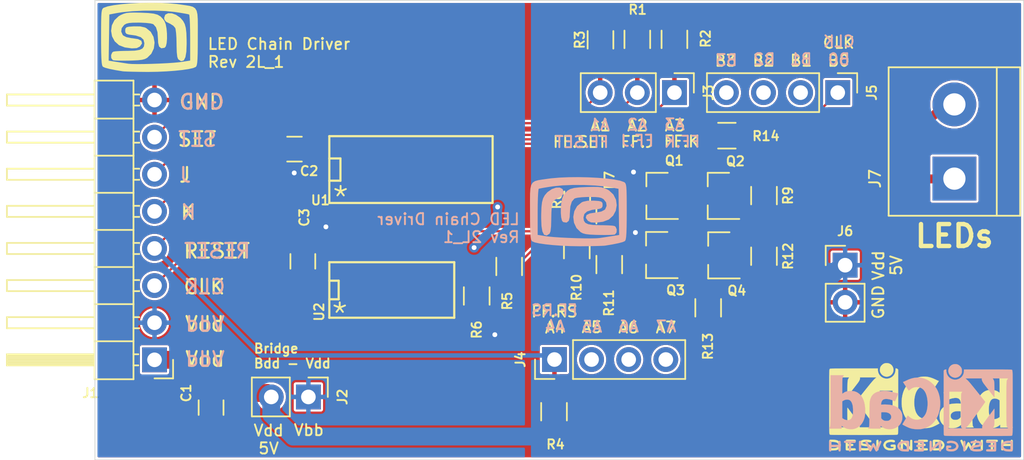
<source format=kicad_pcb>
(kicad_pcb (version 20171130) (host pcbnew "(5.1.7)-1")
  (layers (0 F.Cu signal) (31 B.Cu signal) (34 B.Paste user) (35 F.Paste user) (36 B.SilkS user) (37 F.SilkS user) (38 B.Mask user) (39 F.Mask user) (44 Edge.Cuts user))
  (net 0 "")
  (net 1 GND)
  (net 2 /Q)
  (net 3 /L2)
  (net 4 /~Q)
  (net 5 "Net-(Q2-Pad2)")
  (net 6 /L1)
  (net 7 "Net-(Q4-Pad2)")
  (net 8 "Net-(Q1-Pad1)")
  (net 9 "Net-(Q2-Pad1)")
  (net 10 "Net-(Q3-Pad1)")
  (net 11 "Net-(Q4-Pad1)")
  (net 12 /Vbb)
  (net 13 "Net-(R5-Pad1)")
  (net 14 "Net-(R6-Pad1)")
  (net 15 /5V)
  (net 16 /B0)
  (net 17 /A4)
  (net 18 /A2)
  (net 19 /A1)
  (net 20 /A3)
  (net 21 /LED1)
  (net 22 /LED2)
  (module Symbols:KiCad-Logo2_6mm_SilkScreen (layer B.Cu) (at 173.08 107.79 180)
    (fp_text reference REF*** hide)
    (fp_text value KiCad-Logo2_6mm_SilkScreen hide)
  )
  (module Symbols:KiCad-Logo2_6mm_SilkScreen (layer F.Cu) (at 173.08 107.72)
    (fp_text reference REF*** hide)
    (fp_text value KiCad-Logo2_6mm_SilkScreen hide)
  )
  (module LED_Chain:MyBasic_rounded_50_1 (layer B.Cu) (at 149.68 94.34 180)
    (fp_text reference G*** hide)
    (fp_text value LOGO hide)
  )
  (module LED_Chain:TerminalBlock_bornier-2_P5.08mm (layer F.Cu) (at 175.37 92.12 90)
    (fp_text reference J7 (at 0 -5.43 90) (layer F.SilkS) (effects (font (size 0.762 0.762) (thickness 0.127))))
    (fp_text value LED)
    (pad 1 thru_hole rect (at 0 0 90) (size 3 3) (drill 1.52) (layers *.Cu *.Mask) (net 21 /LED1))
    (pad 2 thru_hole circle (at 5.08 0 90) (size 3 3) (drill 1.52) (layers *.Cu *.Mask) (net 22 /LED2))
  )
  (module LED_Chain:MyBasic_rounded_50_1 (layer F.Cu) (at 120.24 82.41)
    (fp_text reference G*** hide)
    (fp_text value LOGO hide)
  )
  (module Pin_Headers:Pin_Header_Straight_1x02_Pitch2.54mm (layer F.Cu) (at 167.894 98.044)
    (fp_text reference J6 (at 0 -2.33) (layer F.SilkS) (effects (font (size 0.635 0.635) (thickness 0.127))))
    (fp_text value "NeoPixel R1 D")
    (pad 1 thru_hole rect (at 0 0) (size 1.7 1.7) (drill 1) (layers *.Cu *.Mask) (net 15 /5V))
    (pad 2 thru_hole oval (at 0 2.54) (size 1.7 1.7) (drill 1) (layers *.Cu *.Mask) (net 1 GND))
  )
  (module Pin_Headers:Pin_Header_Straight_1x04_Pitch2.54mm (layer F.Cu) (at 167.386 86.233 270)
    (fp_text reference J5 (at 0 -2.33 90) (layer F.SilkS) (effects (font (size 0.635 0.635) (thickness 0.127))))
    (fp_text value "NeoPixel R1 C")
    (pad 1 thru_hole rect (at 0 0 270) (size 1.7 1.7) (drill 1) (layers *.Cu *.Mask) (net 16 /B0))
    (pad 2 thru_hole oval (at 0 2.54 270) (size 1.7 1.7) (drill 1) (layers *.Cu *.Mask))
    (pad 3 thru_hole oval (at 0 5.08 270) (size 1.7 1.7) (drill 1) (layers *.Cu *.Mask))
    (pad 4 thru_hole oval (at 0 7.62 270) (size 1.7 1.7) (drill 1) (layers *.Cu *.Mask))
  )
  (module Pin_Headers:Pin_Header_Straight_1x04_Pitch2.54mm (layer F.Cu) (at 148 104.5 90)
    (fp_text reference J4 (at 0 -2.33 90) (layer F.SilkS) (effects (font (size 0.635 0.635) (thickness 0.127))))
    (fp_text value "NeoPixel R1 B")
    (pad 1 thru_hole rect (at 0 0 90) (size 1.7 1.7) (drill 1) (layers *.Cu *.Mask) (net 17 /A4))
    (pad 2 thru_hole oval (at 0 2.54 90) (size 1.7 1.7) (drill 1) (layers *.Cu *.Mask))
    (pad 3 thru_hole oval (at 0 5.08 90) (size 1.7 1.7) (drill 1) (layers *.Cu *.Mask))
    (pad 4 thru_hole oval (at 0 7.62 90) (size 1.7 1.7) (drill 1) (layers *.Cu *.Mask))
  )
  (module Pin_Headers:Pin_Header_Straight_1x03_Pitch2.54mm (layer F.Cu) (at 156.21 86.233 270)
    (fp_text reference J3 (at 0 -2.33 90) (layer F.SilkS) (effects (font (size 0.635 0.635) (thickness 0.127))))
    (fp_text value "NeoPixel R1 A")
    (pad 1 thru_hole rect (at 0 0 270) (size 1.7 1.7) (drill 1) (layers *.Cu *.Mask) (net 20 /A3))
    (pad 2 thru_hole oval (at 0 2.54 270) (size 1.7 1.7) (drill 1) (layers *.Cu *.Mask) (net 18 /A2))
    (pad 3 thru_hole oval (at 0 5.08 270) (size 1.7 1.7) (drill 1) (layers *.Cu *.Mask) (net 19 /A1))
  )
  (module Pin_Headers:Pin_Header_Straight_1x02_Pitch2.54mm (layer F.Cu) (at 131.16 107.06 270)
    (fp_text reference J2 (at 0 -2.33 90) (layer F.SilkS) (effects (font (size 0.635 0.635) (thickness 0.127))))
    (fp_text value PWR)
    (pad 1 thru_hole rect (at 0 0 270) (size 1.7 1.7) (drill 1) (layers *.Cu *.Mask) (net 12 /Vbb))
    (pad 2 thru_hole oval (at 0 2.54 270) (size 1.7 1.7) (drill 1) (layers *.Cu *.Mask) (net 15 /5V))
  )
  (module LED_Chain:SOIC-14 (layer F.Cu) (at 136.866999 99.739999)
    (fp_text reference U2 (at -4.966999 1.500001 270) (layer F.SilkS) (effects (font (size 0.635 0.635) (thickness 0.127))))
    (fp_text value 74LS04)
    (pad 14 smd rect (at -3.81 -2.76) (size 0.58 1.52) (layers F.Cu F.Paste F.Mask) (net 12 /Vbb))
    (pad 13 smd rect (at -2.54 -2.76) (size 0.58 1.52) (layers F.Cu F.Paste F.Mask) (net 14 "Net-(R6-Pad1)"))
    (pad 12 smd rect (at -1.27 -2.76) (size 0.58 1.52) (layers F.Cu F.Paste F.Mask) (net 2 /Q))
    (pad 11 smd rect (at 0 -2.76) (size 0.58 1.52) (layers F.Cu F.Paste F.Mask) (net 13 "Net-(R5-Pad1)"))
    (pad 10 smd rect (at 1.27 -2.76) (size 0.58 1.52) (layers F.Cu F.Paste F.Mask) (net 4 /~Q))
    (pad 9 smd rect (at 2.54 -2.76) (size 0.58 1.52) (layers F.Cu F.Paste F.Mask))
    (pad 8 smd rect (at 3.81 -2.76) (size 0.58 1.52) (layers F.Cu F.Paste F.Mask))
    (pad 7 smd rect (at 3.81 2.76) (size 0.58 1.52) (layers F.Cu F.Paste F.Mask) (net 1 GND))
    (pad 6 smd rect (at 2.54 2.76) (size 0.58 1.52) (layers F.Cu F.Paste F.Mask))
    (pad 5 smd rect (at 1.27 2.76) (size 0.58 1.52) (layers F.Cu F.Paste F.Mask))
    (pad 4 smd rect (at 0 2.76) (size 0.58 1.52) (layers F.Cu F.Paste F.Mask))
    (pad 3 smd rect (at -1.27 2.76) (size 0.58 1.52) (layers F.Cu F.Paste F.Mask))
    (pad 2 smd rect (at -2.54 2.76) (size 0.58 1.52) (layers F.Cu F.Paste F.Mask))
    (pad 1 smd rect (at -3.81 2.76) (size 0.58 1.52) (layers F.Cu F.Paste F.Mask))
  )
  (module Resistors_SMD:R_0805 (layer F.Cu) (at 147.97 108.07 270)
    (fp_text reference R4 (at 2.24 -0.1 180) (layer F.SilkS) (effects (font (size 0.635 0.635) (thickness 0.127))))
    (fp_text value "10 kΩ")
    (pad 1 smd rect (at -0.95 0 270) (size 0.7 1.3) (layers F.Cu F.Paste F.Mask) (net 17 /A4))
    (pad 2 smd rect (at 0.95 0 270) (size 0.7 1.3) (layers F.Cu F.Paste F.Mask) (net 1 GND))
  )
  (module Resistors_SMD:R_0805 (layer F.Cu) (at 151.15 82.62 90)
    (fp_text reference R3 (at 0 -1.42 90) (layer F.SilkS) (effects (font (size 0.635 0.635) (thickness 0.127))))
    (fp_text value "10 kΩ")
    (pad 1 smd rect (at -0.95 0 90) (size 0.7 1.3) (layers F.Cu F.Paste F.Mask) (net 19 /A1))
    (pad 2 smd rect (at 0.95 0 90) (size 0.7 1.3) (layers F.Cu F.Paste F.Mask) (net 1 GND))
  )
  (module Resistors_SMD:R_0805 (layer F.Cu) (at 156.21 82.59 90)
    (fp_text reference R2 (at 0.05 2.14 90) (layer F.SilkS) (effects (font (size 0.635 0.635) (thickness 0.127))))
    (fp_text value "10 kΩ")
    (pad 1 smd rect (at -0.95 0 90) (size 0.7 1.3) (layers F.Cu F.Paste F.Mask) (net 20 /A3))
    (pad 2 smd rect (at 0.95 0 90) (size 0.7 1.3) (layers F.Cu F.Paste F.Mask) (net 1 GND))
  )
  (module Resistors_SMD:R_0805 (layer F.Cu) (at 153.67 82.59 90)
    (fp_text reference R1 (at 2.03 0.02 180) (layer F.SilkS) (effects (font (size 0.635 0.635) (thickness 0.127))))
    (fp_text value "10 kΩ")
    (pad 1 smd rect (at -0.95 0 90) (size 0.7 1.3) (layers F.Cu F.Paste F.Mask) (net 18 /A2))
    (pad 2 smd rect (at 0.95 0 90) (size 0.7 1.3) (layers F.Cu F.Paste F.Mask) (net 1 GND))
  )
  (module Pin_Headers:Pin_Header_Angled_1x08_Pitch2.54mm (layer F.Cu) (at 120.63 104.52 180)
    (fp_text reference J1 (at 4.385 -2.27) (layer F.SilkS) (effects (font (size 0.635 0.635) (thickness 0.127))))
    (fp_text value Interface)
    (pad 1 thru_hole rect (at 0 0 180) (size 1.7 1.7) (drill 1) (layers *.Cu *.Mask) (net 15 /5V))
    (pad 2 thru_hole oval (at 0 2.54 180) (size 1.7 1.7) (drill 1) (layers *.Cu *.Mask) (net 12 /Vbb))
    (pad 3 thru_hole oval (at 0 5.08 180) (size 1.7 1.7) (drill 1) (layers *.Cu *.Mask) (net 16 /B0))
    (pad 4 thru_hole oval (at 0 7.62 180) (size 1.7 1.7) (drill 1) (layers *.Cu *.Mask) (net 17 /A4))
    (pad 5 thru_hole oval (at 0 10.16 180) (size 1.7 1.7) (drill 1) (layers *.Cu *.Mask) (net 20 /A3))
    (pad 6 thru_hole oval (at 0 12.7 180) (size 1.7 1.7) (drill 1) (layers *.Cu *.Mask) (net 18 /A2))
    (pad 7 thru_hole oval (at 0 15.24 180) (size 1.7 1.7) (drill 1) (layers *.Cu *.Mask) (net 19 /A1))
    (pad 8 thru_hole oval (at 0 17.78 180) (size 1.7 1.7) (drill 1) (layers *.Cu *.Mask) (net 1 GND))
  )
  (module Capacitors_SMD:C_0805 (layer F.Cu) (at 124.5 107.79 270)
    (fp_text reference C1 (at -1 1.7 90) (layer F.SilkS) (effects (font (size 0.635 0.635) (thickness 0.127))))
    (fp_text value "1 μF")
    (pad 1 smd rect (at -1 0 270) (size 1 1.25) (layers F.Cu F.Paste F.Mask) (net 15 /5V))
    (pad 2 smd rect (at 1 0 270) (size 1 1.25) (layers F.Cu F.Paste F.Mask) (net 1 GND))
  )
  (module Capacitors_SMD:C_0805 (layer F.Cu) (at 130.78 97.78 270)
    (fp_text reference C3 (at -3 -0.1 90) (layer F.SilkS) (effects (font (size 0.635 0.635) (thickness 0.127))))
    (fp_text value "100 nF")
    (pad 1 smd rect (at -1 0 270) (size 1 1.25) (layers F.Cu F.Paste F.Mask) (net 12 /Vbb))
    (pad 2 smd rect (at 1 0 270) (size 1 1.25) (layers F.Cu F.Paste F.Mask) (net 1 GND))
  )
  (module Capacitors_SMD:C_0805 (layer F.Cu) (at 130.21 90.1 180)
    (fp_text reference C2 (at -1 -1.5) (layer F.SilkS) (effects (font (size 0.635 0.635) (thickness 0.127))))
    (fp_text value "100 nF")
    (pad 1 smd rect (at -1 0 180) (size 1 1.25) (layers F.Cu F.Paste F.Mask) (net 12 /Vbb))
    (pad 2 smd rect (at 1 0 180) (size 1 1.25) (layers F.Cu F.Paste F.Mask) (net 1 GND))
  )
  (module Resistors_SMD:R_0805 (layer F.Cu) (at 151.75 98 90)
    (fp_text reference R11 (at -2.629997 -0.020001 90) (layer F.SilkS) (effects (font (size 0.635 0.635) (thickness 0.127))))
    (fp_text value "1 kΩ")
    (pad 1 smd rect (at -0.95 0 90) (size 0.7 1.3) (layers F.Cu F.Paste F.Mask) (net 11 "Net-(Q4-Pad1)"))
    (pad 2 smd rect (at 0.95 0 90) (size 0.7 1.3) (layers F.Cu F.Paste F.Mask) (net 2 /Q))
  )
  (module Resistors_SMD:R_0805 (layer F.Cu) (at 149.53 96.98 90)
    (fp_text reference R10 (at -2.59 -0.02 90) (layer F.SilkS) (effects (font (size 0.635 0.635) (thickness 0.127))))
    (fp_text value "1 kΩ")
    (pad 1 smd rect (at -0.95 0 90) (size 0.7 1.3) (layers F.Cu F.Paste F.Mask) (net 10 "Net-(Q3-Pad1)"))
    (pad 2 smd rect (at 0.95 0 90) (size 0.7 1.3) (layers F.Cu F.Paste F.Mask) (net 4 /~Q))
  )
  (module Resistors_SMD:R_0805 (layer F.Cu) (at 149.56 93.6 270)
    (fp_text reference R8 (at -0.01 1.41 90) (layer F.SilkS) (effects (font (size 0.635 0.635) (thickness 0.127))))
    (fp_text value "1 kΩ")
    (pad 1 smd rect (at -0.95 0 270) (size 0.7 1.3) (layers F.Cu F.Paste F.Mask) (net 9 "Net-(Q2-Pad1)"))
    (pad 2 smd rect (at 0.95 0 270) (size 0.7 1.3) (layers F.Cu F.Paste F.Mask) (net 4 /~Q))
  )
  (module Resistors_SMD:R_0805 (layer F.Cu) (at 151.75 94.59 270)
    (fp_text reference R7 (at -2.36 -0.02 90) (layer F.SilkS) (effects (font (size 0.635 0.635) (thickness 0.127))))
    (fp_text value "1 kΩ")
    (pad 1 smd rect (at -0.95 0 270) (size 0.7 1.3) (layers F.Cu F.Paste F.Mask) (net 8 "Net-(Q1-Pad1)"))
    (pad 2 smd rect (at 0.95 0 270) (size 0.7 1.3) (layers F.Cu F.Paste F.Mask) (net 2 /Q))
  )
  (module SMD_Packages:SO-16-N (layer F.Cu) (at 138.179999 91.499998)
    (fp_text reference U1 (at -6.2 2.1) (layer F.SilkS) (effects (font (size 0.635 0.635) (thickness 0.127))))
    (fp_text value HCF4027B)
    (pad 16 smd rect (at -4.445 -3.175) (size 0.508 1.143) (layers F.Cu F.Paste F.Mask) (net 12 /Vbb))
    (pad 14 smd rect (at -1.905 -3.175) (size 0.508 1.143) (layers F.Cu F.Paste F.Mask) (net 13 "Net-(R5-Pad1)"))
    (pad 13 smd rect (at -0.635 -3.175) (size 0.508 1.143) (layers F.Cu F.Paste F.Mask) (net 16 /B0))
    (pad 12 smd rect (at 0.635 -3.175) (size 0.508 1.143) (layers F.Cu F.Paste F.Mask) (net 17 /A4))
    (pad 11 smd rect (at 1.905 -3.175) (size 0.508 1.143) (layers F.Cu F.Paste F.Mask) (net 20 /A3))
    (pad 10 smd rect (at 3.175 -3.175) (size 0.508 1.143) (layers F.Cu F.Paste F.Mask) (net 18 /A2))
    (pad 9 smd rect (at 4.445 -3.175) (size 0.508 1.143) (layers F.Cu F.Paste F.Mask) (net 19 /A1))
    (pad 8 smd rect (at 4.445 3.175) (size 0.508 1.143) (layers F.Cu F.Paste F.Mask) (net 1 GND))
    (pad 7 smd rect (at 3.175 3.175) (size 0.508 1.143) (layers F.Cu F.Paste F.Mask))
    (pad 6 smd rect (at 1.905 3.175) (size 0.508 1.143) (layers F.Cu F.Paste F.Mask))
    (pad 5 smd rect (at 0.635 3.175) (size 0.508 1.143) (layers F.Cu F.Paste F.Mask))
    (pad 4 smd rect (at -0.635 3.175) (size 0.508 1.143) (layers F.Cu F.Paste F.Mask))
    (pad 3 smd rect (at -1.905 3.175) (size 0.508 1.143) (layers F.Cu F.Paste F.Mask))
    (pad 2 smd rect (at -3.175 3.175) (size 0.508 1.143) (layers F.Cu F.Paste F.Mask))
    (pad 1 smd rect (at -4.445 3.175) (size 0.508 1.143) (layers F.Cu F.Paste F.Mask))
    (pad 15 smd rect (at -3.175 -3.175) (size 0.508 1.143) (layers F.Cu F.Paste F.Mask) (net 14 "Net-(R6-Pad1)"))
  )
  (module Resistors_SMD:R_0805 (layer F.Cu) (at 159.8 89.18 180)
    (fp_text reference R14 (at -2.67 -0.03) (layer F.SilkS) (effects (font (size 0.635 0.635) (thickness 0.127))))
    (fp_text value "0 Ω")
    (pad 1 smd rect (at -0.95 0 180) (size 0.7 1.3) (layers F.Cu F.Paste F.Mask) (net 22 /LED2))
    (pad 2 smd rect (at 0.95 0 180) (size 0.7 1.3) (layers F.Cu F.Paste F.Mask) (net 3 /L2))
  )
  (module Resistors_SMD:R_0805 (layer F.Cu) (at 158.52 100.96 90)
    (fp_text reference R13 (at -2.641895 -0.016865 90) (layer F.SilkS) (effects (font (size 0.635 0.635) (thickness 0.127))))
    (fp_text value "0 Ω")
    (pad 1 smd rect (at -0.95 0 90) (size 0.7 1.3) (layers F.Cu F.Paste F.Mask) (net 21 /LED1))
    (pad 2 smd rect (at 0.95 0 90) (size 0.7 1.3) (layers F.Cu F.Paste F.Mask) (net 6 /L1))
  )
  (module Resistors_SMD:R_0805 (layer F.Cu) (at 162.34 97.43 270)
    (fp_text reference R12 (at 0 -1.65 90) (layer F.SilkS) (effects (font (size 0.635 0.635) (thickness 0.127))))
    (fp_text value "27 Ω")
    (pad 1 smd rect (at -0.95 0 270) (size 0.7 1.3) (layers F.Cu F.Paste F.Mask) (net 7 "Net-(Q4-Pad2)"))
    (pad 2 smd rect (at 0.95 0 270) (size 0.7 1.3) (layers F.Cu F.Paste F.Mask) (net 1 GND))
  )
  (module Resistors_SMD:R_0805 (layer F.Cu) (at 162.34 93.28 90)
    (fp_text reference R9 (at 0 1.64 90) (layer F.SilkS) (effects (font (size 0.635 0.635) (thickness 0.127))))
    (fp_text value "27 Ω")
    (pad 1 smd rect (at -0.95 0 90) (size 0.7 1.3) (layers F.Cu F.Paste F.Mask) (net 5 "Net-(Q2-Pad2)"))
    (pad 2 smd rect (at 0.95 0 90) (size 0.7 1.3) (layers F.Cu F.Paste F.Mask) (net 1 GND))
  )
  (module Resistors_SMD:R_0805 (layer F.Cu) (at 144.9 98.13 270)
    (fp_text reference R5 (at 2.37 0.13 90) (layer F.SilkS) (effects (font (size 0.635 0.635) (thickness 0.127))))
    (fp_text value "10 kΩ")
    (pad 1 smd rect (at -0.95 0 270) (size 0.7 1.3) (layers F.Cu F.Paste F.Mask) (net 13 "Net-(R5-Pad1)"))
    (pad 2 smd rect (at 0.95 0 270) (size 0.7 1.3) (layers F.Cu F.Paste F.Mask) (net 12 /Vbb))
  )
  (module Resistors_SMD:R_0805 (layer F.Cu) (at 142.68 100.15 270)
    (fp_text reference R6 (at 2.31 0 90) (layer F.SilkS) (effects (font (size 0.635 0.635) (thickness 0.127))))
    (fp_text value "10 kΩ")
    (pad 1 smd rect (at -0.95 0 270) (size 0.7 1.3) (layers F.Cu F.Paste F.Mask) (net 14 "Net-(R6-Pad1)"))
    (pad 2 smd rect (at 0.95 0 270) (size 0.7 1.3) (layers F.Cu F.Paste F.Mask) (net 12 /Vbb))
  )
  (module TO_SOT_Packages_SMD:SOT-23 (layer F.Cu) (at 159.28 97.37 180)
    (fp_text reference Q4 (at -1.2 -2.42) (layer F.SilkS) (effects (font (size 0.635 0.635) (thickness 0.127))))
    (fp_text value IRLML2502)
    (pad 1 smd rect (at -1 -0.95 180) (size 0.9 0.8) (layers F.Cu F.Paste F.Mask) (net 11 "Net-(Q4-Pad1)"))
    (pad 2 smd rect (at -1 0.95 180) (size 0.9 0.8) (layers F.Cu F.Paste F.Mask) (net 7 "Net-(Q4-Pad2)"))
    (pad 3 smd rect (at 1 0 180) (size 0.9 0.8) (layers F.Cu F.Paste F.Mask) (net 6 /L1))
  )
  (module TO_SOT_Packages_SMD:SOT-23 (layer F.Cu) (at 155.03 97.35 180)
    (fp_text reference Q3 (at -1.26 -2.41) (layer F.SilkS) (effects (font (size 0.635 0.635) (thickness 0.127))))
    (fp_text value IRLML2502)
    (pad 1 smd rect (at -1 -0.95 180) (size 0.9 0.8) (layers F.Cu F.Paste F.Mask) (net 10 "Net-(Q3-Pad1)"))
    (pad 2 smd rect (at -1 0.95 180) (size 0.9 0.8) (layers F.Cu F.Paste F.Mask) (net 6 /L1))
    (pad 3 smd rect (at 1 0 180) (size 0.9 0.8) (layers F.Cu F.Paste F.Mask) (net 15 /5V))
  )
  (module TO_SOT_Packages_SMD:SOT-23 (layer F.Cu) (at 159.249999 93.300001 180)
    (fp_text reference Q2 (at -1.130001 2.370001) (layer F.SilkS) (effects (font (size 0.635 0.635) (thickness 0.127))))
    (fp_text value IRLML2502)
    (pad 1 smd rect (at -1 -0.95 180) (size 0.9 0.8) (layers F.Cu F.Paste F.Mask) (net 9 "Net-(Q2-Pad1)"))
    (pad 2 smd rect (at -1 0.95 180) (size 0.9 0.8) (layers F.Cu F.Paste F.Mask) (net 5 "Net-(Q2-Pad2)"))
    (pad 3 smd rect (at 1 0 180) (size 0.9 0.8) (layers F.Cu F.Paste F.Mask) (net 3 /L2))
  )
  (module TO_SOT_Packages_SMD:SOT-23 (layer F.Cu) (at 155.049999 93.299999 180)
    (fp_text reference Q1 (at -1.150001 2.409999) (layer F.SilkS) (effects (font (size 0.635 0.635) (thickness 0.127))))
    (fp_text value IRLML2502)
    (pad 1 smd rect (at -1 -0.95 180) (size 0.9 0.8) (layers F.Cu F.Paste F.Mask) (net 8 "Net-(Q1-Pad1)"))
    (pad 2 smd rect (at -1 0.95 180) (size 0.9 0.8) (layers F.Cu F.Paste F.Mask) (net 3 /L2))
    (pad 3 smd rect (at 1 0 180) (size 0.9 0.8) (layers F.Cu F.Paste F.Mask) (net 15 /5V))
  )
  (gr_text "LED Chain Driver \nRev 2L_1" (at 145.69 95.51) (layer B.SilkS) (effects (font (size 0.762 0.762) (thickness 0.127)) (justify left mirror)))
  (gr_text LEDs (at 175.37 96.05) (layer F.SilkS) (effects (font (size 1.5 1.5) (thickness 0.3))))
  (gr_text A5 (at 150.57 102.26) (layer B.SilkS) (effects (font (size 0.762 0.762) (thickness 0.127)) (justify mirror)))
  (gr_text A6 (at 153.08 102.24) (layer B.SilkS) (effects (font (size 0.762 0.762) (thickness 0.127)) (justify mirror)))
  (gr_text A7 (at 155.64 102.24) (layer B.SilkS) (effects (font (size 0.762 0.762) (thickness 0.127)) (justify mirror)))
  (gr_text A7 (at 155.63 102.31) (layer F.SilkS) (effects (font (size 0.762 0.762) (thickness 0.127))))
  (gr_text A6 (at 153.07 102.31) (layer F.SilkS) (effects (font (size 0.762 0.762) (thickness 0.127))))
  (gr_text A5 (at 150.56 102.29) (layer F.SilkS) (effects (font (size 0.762 0.762) (thickness 0.127))))
  (gr_text FF.RS (at 148 101.13) (layer B.SilkS) (effects (font (size 0.762 0.762) (thickness 0.127)) (justify mirror)))
  (gr_text A4 (at 148.05 102.24) (layer B.SilkS) (effects (font (size 0.762 0.762) (thickness 0.127)) (justify mirror)))
  (gr_text A4 (at 148.05 102.32) (layer F.SilkS) (effects (font (size 0.762 0.762) (thickness 0.127))))
  (gr_text FF.RS (at 148 101.22) (layer F.SilkS) (effects (font (size 0.762 0.762) (thickness 0.127))))
  (gr_text A2 (at 153.67 88.43) (layer B.SilkS) (effects (font (size 0.762 0.762) (thickness 0.127)) (justify mirror)))
  (gr_text A3 (at 156.22 88.41) (layer B.SilkS) (effects (font (size 0.762 0.762) (thickness 0.127)) (justify mirror)))
  (gr_text A1 (at 151.09 88.43) (layer B.SilkS) (effects (font (size 0.762 0.762) (thickness 0.127)) (justify mirror)))
  (gr_text FF.SET (at 147.96 89.62) (layer B.SilkS) (effects (font (size 0.762 0.762) (thickness 0.127)) (justify right mirror)))
  (gr_text FF.J (at 153.67 89.53) (layer B.SilkS) (effects (font (size 0.762 0.762) (thickness 0.127)) (justify mirror)))
  (gr_text FF.K (at 158.04 89.6) (layer B.SilkS) (effects (font (size 0.762 0.762) (thickness 0.127)) (justify left mirror)))
  (gr_text "CLK\nB0" (at 167.47 83.34) (layer B.SilkS) (effects (font (size 0.762 0.762) (thickness 0.127)) (justify mirror)))
  (gr_text B1 (at 164.87 83.95) (layer B.SilkS) (effects (font (size 0.762 0.762) (thickness 0.127)) (justify mirror)))
  (gr_text B2 (at 162.36 83.95) (layer B.SilkS) (effects (font (size 0.762 0.762) (thickness 0.127)) (justify mirror)))
  (gr_text B3 (at 159.77 84.01) (layer B.SilkS) (effects (font (size 0.762 0.762) (thickness 0.127)) (justify mirror)))
  (gr_text "LED Chain Driver \nRev 2L_1" (at 124.2 83.52) (layer F.SilkS) (effects (font (size 0.762 0.762) (thickness 0.127)) (justify left)))
  (gr_text GND (at 170.16 100.57 90) (layer F.SilkS) (effects (font (size 0.762 0.762) (thickness 0.127))))
  (gr_text "Vdd\n5V" (at 170.78 98.06 90) (layer F.SilkS) (effects (font (size 0.762 0.762) (thickness 0.127))))
  (gr_text * (at 132.7 93.44) (layer F.SilkS) (effects (font (size 1.524 1.524) (thickness 0.127)) (justify left)))
  (gr_text * (at 132.64 101.41) (layer F.SilkS) (effects (font (size 1.524 1.524) (thickness 0.127)) (justify left)))
  (gr_text Vbb (at 131.19 109.33) (layer F.SilkS) (effects (font (size 0.762 0.762) (thickness 0.127))))
  (gr_text "Vdd\n5V" (at 128.44 109.97) (layer F.SilkS) (effects (font (size 0.762 0.762) (thickness 0.127))))
  (gr_text FF.K (at 155.41 89.58) (layer F.SilkS) (effects (font (size 0.762 0.762) (thickness 0.127)) (justify left)))
  (gr_text FF.J (at 153.67 89.61) (layer F.SilkS) (effects (font (size 0.762 0.762) (thickness 0.127))))
  (gr_text FF.SET (at 151.65 89.61) (layer F.SilkS) (effects (font (size 0.762 0.762) (thickness 0.127)) (justify right)))
  (gr_text "CLK\nB0" (at 167.45 83.44) (layer F.SilkS) (effects (font (size 0.762 0.762) (thickness 0.127))))
  (gr_text B1 (at 164.88 84.05) (layer F.SilkS) (effects (font (size 0.762 0.762) (thickness 0.127))))
  (gr_text B2 (at 162.31 84.05) (layer F.SilkS) (effects (font (size 0.762 0.762) (thickness 0.127))))
  (gr_text B3 (at 159.73 84.05) (layer F.SilkS) (effects (font (size 0.762 0.762) (thickness 0.127))))
  (gr_text A3 (at 156.25 88.49) (layer F.SilkS) (effects (font (size 0.762 0.762) (thickness 0.127))))
  (gr_text A2 (at 153.68 88.49) (layer F.SilkS) (effects (font (size 0.762 0.762) (thickness 0.127))))
  (gr_text A1 (at 151.16 88.48) (layer F.SilkS) (effects (font (size 0.762 0.762) (thickness 0.127))))
  (gr_text "Bridge\nBdd - Vdd" (at 127.36 104.26) (layer F.SilkS) (effects (font (size 0.635 0.635) (thickness 0.127)) (justify left)))
  (gr_line (start 116.55 111.37) (end 116.55 79.92) (layer Edge.Cuts) (width 0.05))
  (gr_line (start 180.11 111.37) (end 116.55 111.37) (layer Edge.Cuts) (width 0.05))
  (gr_line (start 180.11 79.92) (end 180.11 111.37) (layer Edge.Cuts) (width 0.05))
  (gr_line (start 116.55 79.92) (end 180.11 79.92) (layer Edge.Cuts) (width 0.05))
  (gr_text Vdd (at 125.513333 104.47) (layer F.SilkS) (effects (font (size 1 1)) (justify right)))
  (gr_text Vdd (at 122.660951 104.470001) (layer B.SilkS) (effects (font (size 1 1)) (justify right mirror)))
  (gr_text GND (at 122.260951 86.87) (layer B.SilkS) (effects (font (size 1 1)) (justify right mirror)))
  (gr_text SET (at 122.160951 89.42) (layer B.SilkS) (effects (font (size 1 1)) (justify right mirror)))
  (gr_text RESET (at 122.560951 97.070002) (layer B.SilkS) (effects (font (size 1 1)) (justify right mirror)))
  (gr_text K (at 122.36095 94.419999) (layer B.SilkS) (effects (font (size 1 1)) (justify right mirror)))
  (gr_text CLK (at 122.560951 99.519997) (layer B.SilkS) (effects (font (size 1 1)) (justify right mirror)))
  (gr_text J (at 122.26095 91.87) (layer B.SilkS) (effects (font (size 1 1)) (justify right mirror)))
  (gr_text Vdd (at 122.66095 102.070001) (layer B.SilkS) (effects (font (size 1 1)) (justify right mirror)))
  (gr_text Vdd (at 122.63 102.07) (layer F.SilkS) (effects (font (size 1 1)) (justify left)))
  (gr_text CLK (at 122.53 99.52) (layer F.SilkS) (effects (font (size 1 1)) (justify left)))
  (gr_text RESET (at 122.530001 97.07) (layer F.SilkS) (effects (font (size 1 1)) (justify left)))
  (gr_text K (at 122.33 94.42) (layer F.SilkS) (effects (font (size 1 1)) (justify left)))
  (gr_text J (at 122.23 91.869999) (layer F.SilkS) (effects (font (size 1 1)) (justify left)))
  (gr_text SET (at 122.13 89.42) (layer F.SilkS) (effects (font (size 1 1)) (justify left)))
  (gr_text GND (at 122.23 86.87) (layer F.SilkS) (effects (font (size 1 1)) (justify left)))
  (via (at 144.11 94.06) (size 0.6858) (drill 0.3302) (layers F.Cu B.Cu) (net 1))
  (segment (start 143.495002 94.674998) (end 144.11 94.06) (width 0.6096) (layer F.Cu) (net 1))
  (segment (start 142.624999 94.674998) (end 143.495002 94.674998) (width 0.6096) (layer F.Cu) (net 1))
  (via (at 142.5 96.84) (size 0.6858) (drill 0.3302) (layers F.Cu B.Cu) (net 1))
  (segment (start 144.11 95.23) (end 142.5 96.84) (width 0.6096) (layer B.Cu) (net 1))
  (segment (start 144.11 94.06) (end 144.11 95.23) (width 0.6096) (layer B.Cu) (net 1))
  (segment (start 151.75 97.05) (end 151.75 95.54) (width 0.1524) (layer F.Cu) (net 2))
  (segment (start 146.441482 97.05) (end 151.75 97.05) (width 0.1524) (layer F.Cu) (net 2))
  (segment (start 135.978011 98.273411) (end 145.218071 98.273411) (width 0.1524) (layer F.Cu) (net 2))
  (segment (start 135.596999 97.892399) (end 135.978011 98.273411) (width 0.1524) (layer F.Cu) (net 2))
  (segment (start 145.218071 98.273411) (end 146.441482 97.05) (width 0.1524) (layer F.Cu) (net 2))
  (segment (start 135.596999 96.979999) (end 135.596999 97.892399) (width 0.1524) (layer F.Cu) (net 2))
  (segment (start 157.299997 92.349999) (end 158.249999 93.300001) (width 0.6096) (layer F.Cu) (net 3))
  (segment (start 156.049999 92.349999) (end 157.299997 92.349999) (width 0.6096) (layer F.Cu) (net 3))
  (segment (start 158.249999 89.780001) (end 158.85 89.18) (width 0.6096) (layer F.Cu) (net 3))
  (segment (start 158.249999 93.300001) (end 158.249999 89.780001) (width 0.6096) (layer F.Cu) (net 3))
  (segment (start 149.53 94.58) (end 149.56 94.55) (width 0.1524) (layer F.Cu) (net 4))
  (segment (start 149.53 96.03) (end 149.53 94.58) (width 0.1524) (layer F.Cu) (net 4))
  (segment (start 138.136999 96.067599) (end 138.484598 95.72) (width 0.1524) (layer F.Cu) (net 4))
  (segment (start 138.136999 96.979999) (end 138.136999 96.067599) (width 0.1524) (layer F.Cu) (net 4))
  (segment (start 138.484598 95.72) (end 147.23 95.72) (width 0.1524) (layer F.Cu) (net 4))
  (segment (start 147.54 96.03) (end 149.53 96.03) (width 0.1524) (layer F.Cu) (net 4))
  (segment (start 147.23 95.72) (end 147.54 96.03) (width 0.1524) (layer F.Cu) (net 4))
  (segment (start 160.460001 92.350001) (end 162.34 94.23) (width 0.1524) (layer F.Cu) (net 5))
  (segment (start 160.249999 92.350001) (end 160.460001 92.350001) (width 0.1524) (layer F.Cu) (net 5))
  (segment (start 157.31 96.4) (end 158.28 97.37) (width 0.6096) (layer F.Cu) (net 6))
  (segment (start 156.03 96.4) (end 157.31 96.4) (width 0.6096) (layer F.Cu) (net 6))
  (segment (start 158.28 99.77) (end 158.52 100.01) (width 0.6096) (layer F.Cu) (net 6))
  (segment (start 158.28 97.37) (end 158.28 99.77) (width 0.6096) (layer F.Cu) (net 6))
  (segment (start 162.28 96.42) (end 162.34 96.48) (width 0.1524) (layer F.Cu) (net 7))
  (segment (start 160.28 96.42) (end 162.28 96.42) (width 0.1524) (layer F.Cu) (net 7))
  (segment (start 151.75 93.64) (end 151.75 93.79) (width 0.1524) (layer F.Cu) (net 8))
  (segment (start 152.209999 94.249999) (end 156.049999 94.249999) (width 0.1524) (layer F.Cu) (net 8))
  (segment (start 151.75 93.79) (end 152.209999 94.249999) (width 0.1524) (layer F.Cu) (net 8))
  (segment (start 159.6214 94.8786) (end 160.249999 94.250001) (width 0.1524) (layer F.Cu) (net 9))
  (segment (start 151.2862 94.8786) (end 159.6214 94.8786) (width 0.1524) (layer F.Cu) (net 9))
  (segment (start 149.56 93.1524) (end 151.2862 94.8786) (width 0.1524) (layer F.Cu) (net 9))
  (segment (start 149.56 92.65) (end 149.56 93.1524) (width 0.1524) (layer F.Cu) (net 9))
  (segment (start 149.53 97.93) (end 152.85 97.93) (width 0.1524) (layer F.Cu) (net 10))
  (segment (start 153.22 98.3) (end 156.03 98.3) (width 0.1524) (layer F.Cu) (net 10))
  (segment (start 152.85 97.93) (end 153.22 98.3) (width 0.1524) (layer F.Cu) (net 10))
  (segment (start 151.75 98.95) (end 151.75 99.39) (width 0.1524) (layer F.Cu) (net 11))
  (segment (start 151.75 99.39) (end 153.31 100.95) (width 0.1524) (layer F.Cu) (net 11))
  (segment (start 153.31 100.95) (end 159.41 100.95) (width 0.1524) (layer F.Cu) (net 11))
  (segment (start 160.28 100.08) (end 160.28 98.32) (width 0.1524) (layer F.Cu) (net 11))
  (segment (start 159.41 100.95) (end 160.28 100.08) (width 0.1524) (layer F.Cu) (net 11))
  (via (at 132.36 95.42) (size 0.6858) (drill 0.3302) (layers F.Cu B.Cu) (net 12))
  (segment (start 133.056999 96.116999) (end 132.36 95.42) (width 0.3048) (layer F.Cu) (net 12))
  (segment (start 133.056999 96.979999) (end 133.056999 96.116999) (width 0.3048) (layer F.Cu) (net 12))
  (segment (start 132.857 96.78) (end 133.056999 96.979999) (width 0.3048) (layer F.Cu) (net 12))
  (segment (start 130.78 96.78) (end 132.857 96.78) (width 0.3048) (layer F.Cu) (net 12))
  (segment (start 144.7 99.08) (end 142.68 101.1) (width 0.1524) (layer F.Cu) (net 12))
  (segment (start 144.9 99.08) (end 144.7 99.08) (width 0.1524) (layer F.Cu) (net 12))
  (segment (start 131.21 90.1) (end 131.21 89.5) (width 0.3048) (layer F.Cu) (net 12))
  (segment (start 132.385002 88.324998) (end 133.734999 88.324998) (width 0.3048) (layer F.Cu) (net 12))
  (segment (start 131.21 89.5) (end 132.385002 88.324998) (width 0.3048) (layer F.Cu) (net 12))
  (via (at 130.19 91.73) (size 0.6858) (drill 0.3302) (layers F.Cu B.Cu) (net 12))
  (segment (start 131.21 90.71) (end 130.19 91.73) (width 0.3048) (layer F.Cu) (net 12))
  (segment (start 131.21 90.1) (end 131.21 90.71) (width 0.3048) (layer F.Cu) (net 12))
  (via (at 143.92 102.8) (size 0.6858) (drill 0.3302) (layers F.Cu B.Cu) (net 12))
  (segment (start 142.68 101.56) (end 143.92 102.8) (width 0.3048) (layer F.Cu) (net 12))
  (segment (start 142.68 101.1) (end 142.68 101.56) (width 0.3048) (layer F.Cu) (net 12))
  (segment (start 136.7576 96.8706) (end 136.866999 96.979999) (width 0.1524) (layer F.Cu) (net 13))
  (segment (start 136.7576 88.807599) (end 136.7576 96.8706) (width 0.1524) (layer F.Cu) (net 13))
  (segment (start 136.274999 88.324998) (end 136.7576 88.807599) (width 0.1524) (layer F.Cu) (net 13))
  (segment (start 136.9432 97.9686) (end 144.1114 97.9686) (width 0.1524) (layer F.Cu) (net 13))
  (segment (start 144.1114 97.9686) (end 144.9 97.18) (width 0.1524) (layer F.Cu) (net 13))
  (segment (start 136.866999 97.892399) (end 136.9432 97.9686) (width 0.1524) (layer F.Cu) (net 13))
  (segment (start 136.866999 96.979999) (end 136.866999 97.892399) (width 0.1524) (layer F.Cu) (net 13))
  (segment (start 135.004999 88.324998) (end 134.522398 88.807599) (width 0.1524) (layer F.Cu) (net 14))
  (segment (start 134.522398 96.7846) (end 134.326999 96.979999) (width 0.1524) (layer F.Cu) (net 14))
  (segment (start 134.522398 88.807599) (end 134.522398 96.7846) (width 0.1524) (layer F.Cu) (net 14))
  (segment (start 135.6346 99.2) (end 142.68 99.2) (width 0.1524) (layer F.Cu) (net 14))
  (segment (start 134.326999 97.892399) (end 135.6346 99.2) (width 0.1524) (layer F.Cu) (net 14))
  (segment (start 134.326999 96.979999) (end 134.326999 97.892399) (width 0.1524) (layer F.Cu) (net 14))
  (segment (start 158.52 101.91) (end 159.67 101.91) (width 0.1524) (layer F.Cu) (net 21))
  (via (at 153.54 95.81) (size 0.6858) (drill 0.3302) (layers F.Cu B.Cu) (net 15))
  (segment (start 154.03 96.3) (end 153.54 95.81) (width 0.6096) (layer F.Cu) (net 15))
  (segment (start 154.03 97.35) (end 154.03 96.3) (width 0.6096) (layer F.Cu) (net 15))
  (via (at 153.41 91.67) (size 0.6858) (drill 0.3302) (layers F.Cu B.Cu) (net 15))
  (segment (start 154.049999 92.309999) (end 153.41 91.67) (width 0.6096) (layer F.Cu) (net 15))
  (segment (start 154.049999 93.299999) (end 154.049999 92.309999) (width 0.6096) (layer F.Cu) (net 15))
  (segment (start 122.23 104.52) (end 124.5 106.79) (width 1.2192) (layer F.Cu) (net 15))
  (segment (start 120.63 104.52) (end 122.23 104.52) (width 1.2192) (layer F.Cu) (net 15))
  (segment (start 128.35 106.79) (end 128.62 107.06) (width 1.2192) (layer F.Cu) (net 15))
  (segment (start 124.5 106.79) (end 128.35 106.79) (width 1.2192) (layer F.Cu) (net 15))
  (segment (start 167.894 98.044) (end 167.894 97.824) (width 1.2192) (layer B.Cu) (net 15))
  (segment (start 167.894 97.824) (end 155.948 109.77) (width 1.2192) (layer B.Cu) (net 15))
  (segment (start 128.62 108.262081) (end 128.62 107.06) (width 1.2192) (layer B.Cu) (net 15))
  (segment (start 130.127919 109.77) (end 128.62 108.262081) (width 1.2192) (layer B.Cu) (net 15))
  (segment (start 155.948 109.77) (end 130.127919 109.77) (width 1.2192) (layer B.Cu) (net 15))
  (segment (start 138.954721 89.734719) (end 155.114719 89.734719) (width 0.1524) (layer F.Cu) (net 16))
  (segment (start 137.544999 88.324998) (end 138.954721 89.734719) (width 0.1524) (layer F.Cu) (net 16))
  (segment (start 166.307399 87.311601) (end 167.386 86.233) (width 0.1524) (layer F.Cu) (net 16))
  (segment (start 157.537837 87.311601) (end 166.307399 87.311601) (width 0.1524) (layer F.Cu) (net 16))
  (segment (start 155.114719 89.734719) (end 157.537837 87.311601) (width 0.1524) (layer F.Cu) (net 16))
  (segment (start 120.63 99.44) (end 125.01 95.06) (width 0.1524) (layer F.Cu) (net 16))
  (segment (start 125.01 95.06) (end 125.01 91.22) (width 0.1524) (layer F.Cu) (net 16))
  (segment (start 125.01 91.22) (end 129.24 86.99) (width 0.1524) (layer F.Cu) (net 16))
  (segment (start 136.210001 86.99) (end 137.544999 88.324998) (width 0.1524) (layer F.Cu) (net 16))
  (segment (start 129.24 86.99) (end 136.210001 86.99) (width 0.1524) (layer F.Cu) (net 16))
  (segment (start 148 107.09) (end 147.97 107.12) (width 0.3048) (layer F.Cu) (net 17))
  (segment (start 148 104.5) (end 148 107.09) (width 0.3048) (layer F.Cu) (net 17))
  (segment (start 120.63 96.9) (end 124.21 93.32) (width 0.1524) (layer F.Cu) (net 17))
  (segment (start 124.21 93.32) (end 124.21 90.76) (width 0.1524) (layer F.Cu) (net 17))
  (segment (start 124.21 90.76) (end 128.63 86.34) (width 0.1524) (layer F.Cu) (net 17))
  (segment (start 128.63 86.34) (end 138.15 86.34) (width 0.1524) (layer F.Cu) (net 17))
  (segment (start 138.15 86.34) (end 138.814999 87.004999) (width 0.1524) (layer F.Cu) (net 17))
  (segment (start 138.814999 87.305001) (end 138.814999 88.324998) (width 0.1524) (layer F.Cu) (net 17))
  (segment (start 138.814999 87.004999) (end 138.814999 87.305001) (width 0.1524) (layer F.Cu) (net 17))
  (segment (start 120.63 96.9) (end 127.95 104.22) (width 0.3048) (layer B.Cu) (net 17))
  (segment (start 147.72 104.22) (end 148 104.5) (width 0.3048) (layer B.Cu) (net 17))
  (segment (start 127.95 104.22) (end 147.72 104.22) (width 0.3048) (layer B.Cu) (net 17))
  (segment (start 153.67 86.233) (end 153.67 83.54) (width 0.3048) (layer F.Cu) (net 18))
  (segment (start 150.777901 89.125099) (end 153.67 86.233) (width 0.1524) (layer F.Cu) (net 18))
  (segment (start 142.1551 89.125099) (end 150.777901 89.125099) (width 0.1524) (layer F.Cu) (net 18))
  (segment (start 141.354999 88.324998) (end 142.1551 89.125099) (width 0.1524) (layer F.Cu) (net 18))
  (segment (start 120.63 91.82) (end 128.07 84.38) (width 0.1524) (layer F.Cu) (net 18))
  (segment (start 128.07 84.38) (end 139.73 84.38) (width 0.1524) (layer F.Cu) (net 18))
  (segment (start 141.354999 86.004999) (end 141.354999 88.324998) (width 0.1524) (layer F.Cu) (net 18))
  (segment (start 139.73 84.38) (end 141.354999 86.004999) (width 0.1524) (layer F.Cu) (net 18))
  (segment (start 142.624999 88.324998) (end 149.038002 88.324998) (width 0.1524) (layer F.Cu) (net 19))
  (segment (start 149.038002 88.324998) (end 151.13 86.233) (width 0.1524) (layer F.Cu) (net 19))
  (segment (start 151.13 83.59) (end 151.15 83.57) (width 0.3048) (layer F.Cu) (net 19))
  (segment (start 151.13 86.233) (end 151.13 83.59) (width 0.3048) (layer F.Cu) (net 19))
  (segment (start 120.63 89.28) (end 126.6 83.31) (width 0.1524) (layer F.Cu) (net 19))
  (segment (start 126.6 83.31) (end 139.82 83.31) (width 0.1524) (layer F.Cu) (net 19))
  (segment (start 142.624999 86.114999) (end 142.624999 88.324998) (width 0.1524) (layer F.Cu) (net 19))
  (segment (start 139.82 83.31) (end 142.624999 86.114999) (width 0.1524) (layer F.Cu) (net 19))
  (segment (start 156.21 86.233) (end 156.21 83.54) (width 0.3048) (layer F.Cu) (net 20))
  (segment (start 153.01309 89.42991) (end 156.21 86.233) (width 0.1524) (layer F.Cu) (net 20))
  (segment (start 141.189911 89.42991) (end 153.01309 89.42991) (width 0.1524) (layer F.Cu) (net 20))
  (segment (start 140.084999 88.324998) (end 141.189911 89.42991) (width 0.1524) (layer F.Cu) (net 20))
  (segment (start 121.708601 93.281399) (end 121.718601 93.281399) (width 0.1524) (layer F.Cu) (net 20))
  (segment (start 120.63 94.36) (end 121.708601 93.281399) (width 0.1524) (layer F.Cu) (net 20))
  (segment (start 121.718601 93.281399) (end 123.3 91.7) (width 0.1524) (layer F.Cu) (net 20))
  (segment (start 123.3 91.7) (end 123.3 90.19) (width 0.1524) (layer F.Cu) (net 20))
  (segment (start 123.3 90.19) (end 128.29 85.2) (width 0.1524) (layer F.Cu) (net 20))
  (segment (start 128.29 85.2) (end 139.16 85.2) (width 0.1524) (layer F.Cu) (net 20))
  (segment (start 140.084999 86.124999) (end 140.084999 88.324998) (width 0.1524) (layer F.Cu) (net 20))
  (segment (start 139.16 85.2) (end 140.084999 86.124999) (width 0.1524) (layer F.Cu) (net 20))
  (segment (start 168.2 92.14) (end 174.69 92.14) (width 0.6096) (layer F.Cu) (net 21))
  (segment (start 165.1 95.24) (end 168.2 92.14) (width 0.6096) (layer F.Cu) (net 21))
  (segment (start 165.1 98.83) (end 165.1 95.24) (width 0.6096) (layer F.Cu) (net 21))
  (segment (start 162.02 101.91) (end 165.1 98.83) (width 0.6096) (layer F.Cu) (net 21))
  (segment (start 158.52 101.91) (end 162.02 101.91) (width 0.6096) (layer F.Cu) (net 21))
  (segment (start 172.57 89.18) (end 174.69 87.06) (width 0.6096) (layer F.Cu) (net 22))
  (segment (start 160.75 89.18) (end 172.57 89.18) (width 0.6096) (layer F.Cu) (net 22))
  (zone (net 1) (net_name GND) (layer F.Cu) (connect_pads (clearance 0.1524)) (min_thickness 0.1524) (fill yes (arc_segments 32) (thermal_gap 0.3048) (thermal_bridge_width 0.3048))
    (polygon (pts (xy 180.11 111.37) (xy 116.55 111.37) (xy 116.55 79.92) (xy 180.11 79.92)))
  )
  (zone (net 15) (net_name /5V) (layer B.Cu) (connect_pads (clearance 0.1524)) (min_thickness 0.1524) (fill yes (arc_segments 32) (thermal_gap 0.3048) (thermal_bridge_width 0.3048))
    (polygon (pts (xy 180.11 111.37) (xy 146.39 111.352214) (xy 146.39 79.902214) (xy 180.11 79.92)))
  )
  (zone (net 12) (net_name /Vbb) (layer B.Cu) (connect_pads (clearance 0.1524)) (min_thickness 0.1524) (fill yes (arc_segments 32) (thermal_gap 0.3048) (thermal_bridge_width 0.3048))
    (polygon (pts (xy 145.98 111.37) (xy 116.55 111.37) (xy 116.55 79.92) (xy 145.98 79.92)))
  )
)
</source>
